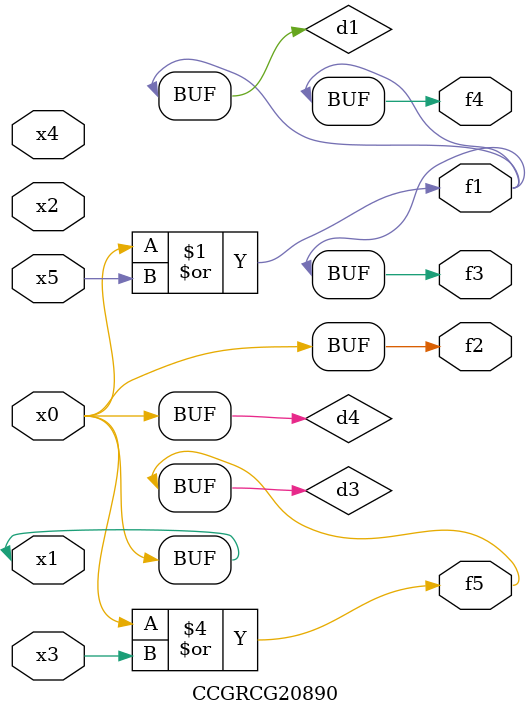
<source format=v>
module CCGRCG20890(
	input x0, x1, x2, x3, x4, x5,
	output f1, f2, f3, f4, f5
);

	wire d1, d2, d3, d4;

	or (d1, x0, x5);
	xnor (d2, x1, x4);
	or (d3, x0, x3);
	buf (d4, x0, x1);
	assign f1 = d1;
	assign f2 = d4;
	assign f3 = d1;
	assign f4 = d1;
	assign f5 = d3;
endmodule

</source>
